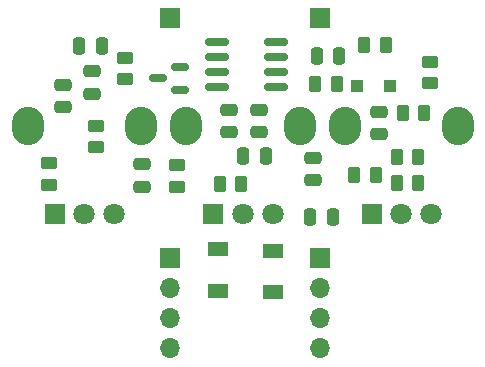
<source format=gbr>
%TF.GenerationSoftware,KiCad,Pcbnew,(6.0.1)*%
%TF.CreationDate,2022-07-11T12:53:36-07:00*%
%TF.ProjectId,ratt-rounded,72617474-2d72-46f7-956e-6465642e6b69,rev?*%
%TF.SameCoordinates,Original*%
%TF.FileFunction,Soldermask,Bot*%
%TF.FilePolarity,Negative*%
%FSLAX46Y46*%
G04 Gerber Fmt 4.6, Leading zero omitted, Abs format (unit mm)*
G04 Created by KiCad (PCBNEW (6.0.1)) date 2022-07-11 12:53:36*
%MOMM*%
%LPD*%
G01*
G04 APERTURE LIST*
G04 Aperture macros list*
%AMRoundRect*
0 Rectangle with rounded corners*
0 $1 Rounding radius*
0 $2 $3 $4 $5 $6 $7 $8 $9 X,Y pos of 4 corners*
0 Add a 4 corners polygon primitive as box body*
4,1,4,$2,$3,$4,$5,$6,$7,$8,$9,$2,$3,0*
0 Add four circle primitives for the rounded corners*
1,1,$1+$1,$2,$3*
1,1,$1+$1,$4,$5*
1,1,$1+$1,$6,$7*
1,1,$1+$1,$8,$9*
0 Add four rect primitives between the rounded corners*
20,1,$1+$1,$2,$3,$4,$5,0*
20,1,$1+$1,$4,$5,$6,$7,0*
20,1,$1+$1,$6,$7,$8,$9,0*
20,1,$1+$1,$8,$9,$2,$3,0*%
G04 Aperture macros list end*
%ADD10O,2.720000X3.240000*%
%ADD11R,1.800000X1.800000*%
%ADD12C,1.800000*%
%ADD13RoundRect,0.150000X0.825000X0.150000X-0.825000X0.150000X-0.825000X-0.150000X0.825000X-0.150000X0*%
%ADD14RoundRect,0.250000X-0.262500X-0.450000X0.262500X-0.450000X0.262500X0.450000X-0.262500X0.450000X0*%
%ADD15RoundRect,0.250000X-0.450000X0.262500X-0.450000X-0.262500X0.450000X-0.262500X0.450000X0.262500X0*%
%ADD16RoundRect,0.250000X-0.475000X0.250000X-0.475000X-0.250000X0.475000X-0.250000X0.475000X0.250000X0*%
%ADD17R,1.700000X1.700000*%
%ADD18RoundRect,0.250000X0.450000X-0.262500X0.450000X0.262500X-0.450000X0.262500X-0.450000X-0.262500X0*%
%ADD19RoundRect,0.250000X0.262500X0.450000X-0.262500X0.450000X-0.262500X-0.450000X0.262500X-0.450000X0*%
%ADD20RoundRect,0.250000X0.475000X-0.250000X0.475000X0.250000X-0.475000X0.250000X-0.475000X-0.250000X0*%
%ADD21RoundRect,0.250000X0.250000X0.475000X-0.250000X0.475000X-0.250000X-0.475000X0.250000X-0.475000X0*%
%ADD22O,1.700000X1.700000*%
%ADD23RoundRect,0.150000X0.587500X0.150000X-0.587500X0.150000X-0.587500X-0.150000X0.587500X-0.150000X0*%
%ADD24R,1.700000X1.300000*%
%ADD25RoundRect,0.250000X-0.250000X-0.475000X0.250000X-0.475000X0.250000X0.475000X-0.250000X0.475000X0*%
%ADD26R,1.100000X1.100000*%
G04 APERTURE END LIST*
D10*
%TO.C,RV1*%
X30810000Y-33350000D03*
X40410000Y-33350000D03*
D11*
X33110000Y-40850000D03*
D12*
X35610000Y-40850000D03*
X38110000Y-40850000D03*
%TD*%
D10*
%TO.C,RV2*%
X44215000Y-33350000D03*
X53815000Y-33350000D03*
D11*
X46515000Y-40850000D03*
D12*
X49015000Y-40850000D03*
X51515000Y-40850000D03*
%TD*%
D10*
%TO.C,RV3*%
X26975000Y-33350000D03*
X17375000Y-33350000D03*
D11*
X19675000Y-40850000D03*
D12*
X22175000Y-40850000D03*
X24675000Y-40850000D03*
%TD*%
D13*
%TO.C,U1*%
X38385000Y-26215000D03*
X38385000Y-27485000D03*
X38385000Y-28755000D03*
X38385000Y-30025000D03*
X33435000Y-30025000D03*
X33435000Y-28755000D03*
X33435000Y-27485000D03*
X33435000Y-26215000D03*
%TD*%
D14*
%TO.C,R5*%
X45015500Y-37500000D03*
X46840500Y-37500000D03*
%TD*%
D15*
%TO.C,R6*%
X25610000Y-27567500D03*
X25610000Y-29392500D03*
%TD*%
D16*
%TO.C,C7*%
X36948000Y-32010000D03*
X36948000Y-33910000D03*
%TD*%
%TO.C,C2*%
X41498000Y-36070000D03*
X41498000Y-37970000D03*
%TD*%
D14*
%TO.C,R9*%
X45887500Y-26480000D03*
X47712500Y-26480000D03*
%TD*%
D17*
%TO.C,J4*%
X42100000Y-24240000D03*
%TD*%
D18*
%TO.C,R7*%
X23170000Y-35184500D03*
X23170000Y-33359500D03*
%TD*%
D19*
%TO.C,R12*%
X50440500Y-36010000D03*
X48615500Y-36010000D03*
%TD*%
%TO.C,R8*%
X50464500Y-38180000D03*
X48639500Y-38180000D03*
%TD*%
D20*
%TO.C,C3*%
X34458000Y-33870000D03*
X34458000Y-31970000D03*
%TD*%
D18*
%TO.C,R4*%
X30028000Y-38492500D03*
X30028000Y-36667500D03*
%TD*%
D21*
%TO.C,C8*%
X37528000Y-35910000D03*
X35628000Y-35910000D03*
%TD*%
D16*
%TO.C,C5*%
X27098000Y-36600000D03*
X27098000Y-38500000D03*
%TD*%
D19*
%TO.C,R3*%
X35462500Y-38302000D03*
X33637500Y-38302000D03*
%TD*%
%TO.C,R1*%
X50940500Y-32290000D03*
X49115500Y-32290000D03*
%TD*%
D17*
%TO.C,J2*%
X42100000Y-44560000D03*
D22*
X42100000Y-47100000D03*
X42100000Y-49640000D03*
X42100000Y-52180000D03*
%TD*%
D23*
%TO.C,Q1*%
X30296100Y-28389400D03*
X30296100Y-30289400D03*
X28421100Y-29339400D03*
%TD*%
D15*
%TO.C,R10*%
X51430000Y-27919500D03*
X51430000Y-29744500D03*
%TD*%
D24*
%TO.C,D2*%
X38175000Y-43918000D03*
X38175000Y-47418000D03*
%TD*%
D25*
%TO.C,C6*%
X41848000Y-27400000D03*
X43748000Y-27400000D03*
%TD*%
D17*
%TO.C,J1*%
X29400000Y-44560000D03*
D22*
X29400000Y-47100000D03*
X29400000Y-49640000D03*
X29400000Y-52180000D03*
%TD*%
D19*
%TO.C,R2*%
X43542500Y-29800000D03*
X41717500Y-29800000D03*
%TD*%
D17*
%TO.C,J3*%
X29400000Y-24240000D03*
%TD*%
D20*
%TO.C,C11*%
X20390000Y-31792000D03*
X20390000Y-29892000D03*
%TD*%
D26*
%TO.C,D3*%
X45292000Y-29995000D03*
X48092000Y-29995000D03*
%TD*%
D15*
%TO.C,R11*%
X19200000Y-36509500D03*
X19200000Y-38334500D03*
%TD*%
D21*
%TO.C,C10*%
X43202000Y-41040000D03*
X41302000Y-41040000D03*
%TD*%
D20*
%TO.C,C4*%
X22850000Y-30628000D03*
X22850000Y-28728000D03*
%TD*%
D21*
%TO.C,C9*%
X23650500Y-26602000D03*
X21750500Y-26602000D03*
%TD*%
D20*
%TO.C,C1*%
X47090500Y-34050000D03*
X47090500Y-32150000D03*
%TD*%
D24*
%TO.C,D1*%
X33460000Y-47308000D03*
X33460000Y-43808000D03*
%TD*%
M02*

</source>
